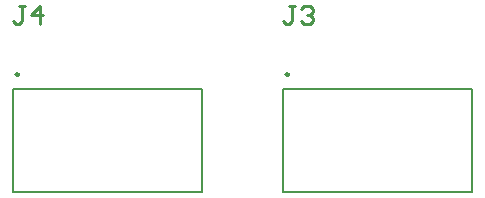
<source format=gbr>
%TF.GenerationSoftware,Altium Limited,Altium Designer,23.6.0 (18)*%
G04 Layer_Color=65535*
%FSLAX45Y45*%
%MOMM*%
%TF.SameCoordinates,8094E8B3-5A3C-4876-ADF7-68A746E10FBF*%
%TF.FilePolarity,Positive*%
%TF.FileFunction,Legend,Top*%
%TF.Part,Single*%
G01*
G75*
%TA.AperFunction,NonConductor*%
%ADD19C,0.25000*%
%ADD20C,0.20000*%
%ADD21C,0.25400*%
D19*
X14670514Y10829000D02*
G03*
X14670514Y10829000I-12500J0D01*
G01*
X12384500D02*
G03*
X12384500Y10829000I-12500J0D01*
G01*
D20*
X16223013Y9834000D02*
Y10704000D01*
X14619014D02*
X16223013D01*
X14619014Y9834000D02*
Y10704000D01*
Y9834000D02*
X16223013D01*
X13937000D02*
Y10704000D01*
X12333000D02*
X13937000D01*
X12333000Y9834000D02*
Y10704000D01*
Y9834000D02*
X13937000D01*
D21*
X14724347Y11409631D02*
X14673563D01*
X14698955D01*
Y11282672D01*
X14673563Y11257280D01*
X14648172D01*
X14622780Y11282672D01*
X14775131Y11384239D02*
X14800523Y11409631D01*
X14851306D01*
X14876698Y11384239D01*
Y11358847D01*
X14851306Y11333455D01*
X14825914D01*
X14851306D01*
X14876698Y11308063D01*
Y11282672D01*
X14851306Y11257280D01*
X14800523D01*
X14775131Y11282672D01*
X12438347Y11409631D02*
X12387563D01*
X12412955D01*
Y11282672D01*
X12387563Y11257280D01*
X12362172D01*
X12336780Y11282672D01*
X12565306Y11257280D02*
Y11409631D01*
X12489131Y11333455D01*
X12590698D01*
%TF.MD5,cec686a26f5c493d5801f2046be04bdb*%
M02*

</source>
